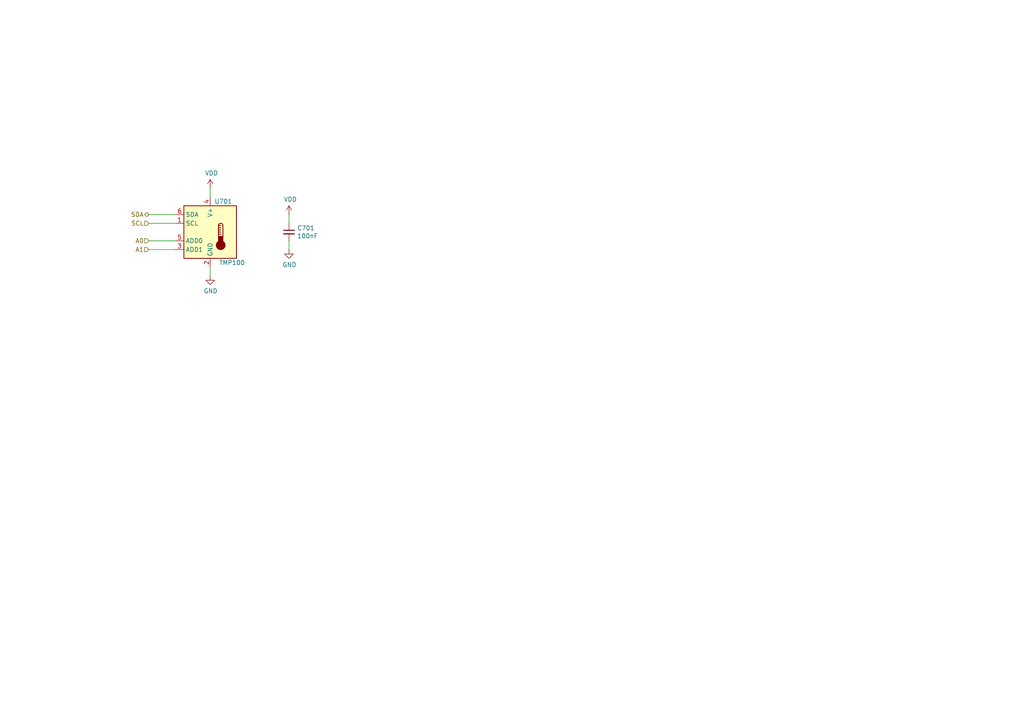
<source format=kicad_sch>
(kicad_sch (version 20230121) (generator eeschema)
  (paper "A4")
  (title_block (rev "R0.1") (company "SolderingStationGroup : Jonny Svärd / Mathias Johansson / Magnus Thulesius"))
  (lib_symbols
    (symbol "Device:C_Small" (pin_numbers hide) (pin_names (offset 0.254) hide)
      (property "Reference" "C" (at 0.254 1.778 0))
      (property "Value" "C_Small" (at 0.254 -2.032 0))
      (symbol "C_Small_0_1"
        (polyline (pts (xy -1.524 -0.508) (xy 1.524 -0.508)) (stroke (width 0.3302)))
        (polyline (pts (xy -1.524 0.508) (xy 1.524 0.508)) (stroke (width 0.3048)))
      )
      (symbol "C_Small_1_1"
        (pin passive line (at 0 2.54 270) (length 2.032) (name "~") (number "1"))
        (pin passive line (at 0 -2.54 90) (length 2.032) (name "~") (number "2"))
      )
    )
    (symbol "Sensor_Temperature:TMP100"
      (property "Reference" "U" (at 10.16 6.35 0))
      (property "Value" "TMP100" (at 12.7 3.81 0))
      (symbol "TMP100_0_1"
        (rectangle (start -7.62 7.62) (end 7.62 -7.62) (stroke (width 0.254)) (fill (type background)))
      )
      (symbol "TMP100_1_1"
        (polyline (pts (xy 2.413 -0.635) (xy 3.048 -0.635)) (stroke (width 0.254)))
        (polyline (pts (xy 2.413 0) (xy 3.048 0)) (stroke (width 0.254)))
        (polyline (pts (xy 2.413 0.635) (xy 3.048 0.635)) (stroke (width 0.254)))
        (polyline (pts (xy 2.413 1.27) (xy 3.048 1.27)) (stroke (width 0.254)))
        (polyline (pts (xy 2.413 1.905) (xy 2.413 -1.27)) (stroke (width 0.254)))
        (polyline (pts (xy 2.413 1.905) (xy 3.048 1.905)) (stroke (width 0.254)))
        (polyline (pts (xy 3.683 1.905) (xy 3.683 -1.27)) (stroke (width 0.254)))
        (circle (center 3.048 -3.81) (radius 1.27) (stroke (width 0.254)) (fill (type outline)))
        (rectangle (start 3.683 -3.175) (end 2.413 -1.27) (stroke (width 0.254)) (fill (type outline)))
        (arc (start 3.683 1.905) (mid 3.048 2.5373) (end 2.413 1.905) (stroke (width 0.254)))
        (pin input line (at -10.16 2.54 0) (length 2.54) (name "SCL") (number "1"))
        (pin power_in line (at 0 -10.16 90) (length 2.54) (name "GND") (number "2"))
        (pin input line (at -10.16 -5.08 0) (length 2.54) (name "ADD1") (number "3"))
        (pin power_in line (at 0 10.16 270) (length 2.54) (name "V+") (number "4"))
        (pin input line (at -10.16 -2.54 0) (length 2.54) (name "ADD0") (number "5"))
        (pin bidirectional line (at -10.16 5.08 0) (length 2.54) (name "SDA") (number "6"))
      )
    )
    (symbol "power:GND" (power) (pin_names (offset 0))
      (property "Value" "GND" (at 0 -3.81 0))
      (symbol "GND_0_1"
        (polyline (pts (xy 0 0) (xy 0 -1.27) (xy 1.27 -1.27) (xy 0 -2.54) (xy -1.27 -1.27) (xy 0 -1.27)))
      )
      (symbol "GND_1_1"
        (pin power_in line (at 0 0 270) (length 0) hide (name "GND") (number "1"))
      )
    )
    (symbol "power:VDD" (power) (pin_names (offset 0))
      (property "Value" "VDD" (at 0 3.81 0))
      (symbol "VDD_0_1"
        (polyline (pts (xy -0.762 1.27) (xy 0 2.54)))
        (polyline (pts (xy 0 0) (xy 0 2.54)))
        (polyline (pts (xy 0 2.54) (xy 0.762 1.27)))
      )
      (symbol "VDD_1_1"
        (pin power_in line (at 0 0 90) (length 0) hide (name "VDD") (number "1"))
      )
    )
  )
  (wire (pts (xy 60.96 54.61) (xy 60.96 57.15)))
  (wire (pts (xy 43.18 69.85) (xy 50.8 69.85)))
  (wire (pts (xy 43.18 72.39) (xy 50.8 72.39)))
  (wire (pts (xy 60.96 80.01) (xy 60.96 77.47)))
  (wire (pts (xy 83.82 62.23) (xy 83.82 64.77)))
  (wire (pts (xy 50.8 64.77) (xy 43.18 64.77)))
  (wire (pts (xy 43.18 62.23) (xy 50.8 62.23)))
  (wire (pts (xy 83.82 72.39) (xy 83.82 69.85)))
  (hierarchical_label "A0" (shape input) (at 43.18 69.85 180))
  (hierarchical_label "SCL" (shape input) (at 43.18 64.77 180))
  (hierarchical_label "SDA" (shape bidirectional) (at 43.18 62.23 180))
  (hierarchical_label "A1" (shape input) (at 43.18 72.39 180))
  (symbol (lib_id "power:GND") (at 83.82 72.39 0) (unit 1)
    (property "Reference" "#PWR0703" (effects hide))
    (property "Value" "GND" (at 83.947 76.7842 0))
    (instances (project "solderstn_mb" (path "" (reference "#PWR0703") (unit 1)) (path "" (reference "#PWR0803") (unit 1)) (path "" (reference "#PWR0903") (unit 1))))
  )
  (symbol (lib_id "power:VDD") (at 60.96 54.61 0) (unit 1)
    (property "Reference" "#PWR0701" (effects hide))
    (property "Value" "VDD" (at 61.341 50.2158 0))
    (instances (project "solderstn_mb" (path "" (reference "#PWR0701") (unit 1)) (path "" (reference "#PWR0801") (unit 1)) (path "" (reference "#PWR0901") (unit 1))))
  )
  (symbol (lib_id "power:VDD") (at 83.82 62.23 0) (unit 1)
    (property "Reference" "#PWR0702" (effects hide))
    (property "Value" "VDD" (at 84.201 57.8358 0))
    (instances (project "solderstn_mb" (path "" (reference "#PWR0702") (unit 1)) (path "" (reference "#PWR0802") (unit 1)) (path "" (reference "#PWR0902") (unit 1))))
  )
  (symbol (lib_id "Sensor_Temperature:TMP100") (at 60.96 67.31 0) (unit 1)
    (property "Reference" "U701" (at 64.77 58.42 0))
    (property "Value" "TMP100" (at 67.31 76.2 0))
    (property "Footprint" "Package_TO_SOT_SMD:TSOT-23-6" (effects hide))
    (property "Datasheet" "http://www.ti.com/lit/gpn/tmp100" (effects hide))
    (property "JLC_part" "Extended" (effects hide))
    (property "LCSC" "C31810" (effects hide))
    (instances (project "solderstn_mb" (path "" (reference "U701") (unit 1)) (path "" (reference "U801") (unit 1)) (path "" (reference "U901") (unit 1))))
  )
  (symbol (lib_id "power:GND") (at 60.96 80.01 0) (unit 1)
    (property "Reference" "#PWR0704" (effects hide))
    (property "Value" "GND" (at 61.087 84.4042 0))
    (instances (project "solderstn_mb" (path "" (reference "#PWR0704") (unit 1)) (path "" (reference "#PWR0804") (unit 1)) (path "" (reference "#PWR0904") (unit 1))))
  )
  (symbol (lib_id "Device:C_Small") (at 83.82 67.31 0) (unit 1)
    (property "Reference" "C701" (at 86.1568 66.1416 0) (effects (justify left)))
    (property "Value" "100nF" (at 86.1568 68.453 0) (effects (justify left)))
    (property "Footprint" "Capacitor_SMD:C_0402_1005Metric" (effects hide))
    (property "JLC_part" "Basic" (effects hide))
    (property "LCSC" "C1525" (effects hide))
    (instances (project "solderstn_mb" (path "" (reference "C701") (unit 1)) (path "" (reference "C801") (unit 1)) (path "" (reference "C901") (unit 1))))
  )
)
</source>
